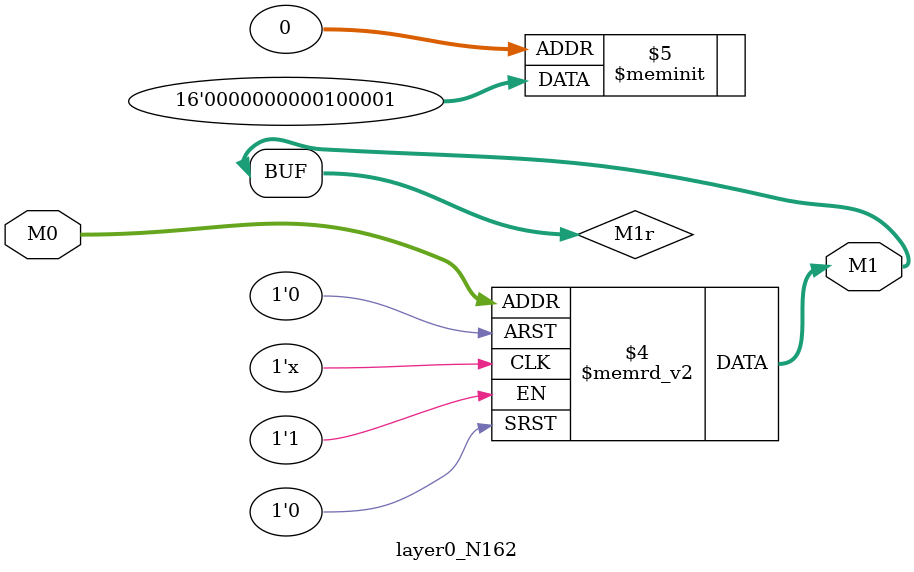
<source format=v>
module layer0_N162 ( input [2:0] M0, output [1:0] M1 );

	(*rom_style = "distributed" *) reg [1:0] M1r;
	assign M1 = M1r;
	always @ (M0) begin
		case (M0)
			3'b000: M1r = 2'b01;
			3'b100: M1r = 2'b00;
			3'b010: M1r = 2'b10;
			3'b110: M1r = 2'b00;
			3'b001: M1r = 2'b00;
			3'b101: M1r = 2'b00;
			3'b011: M1r = 2'b00;
			3'b111: M1r = 2'b00;

		endcase
	end
endmodule

</source>
